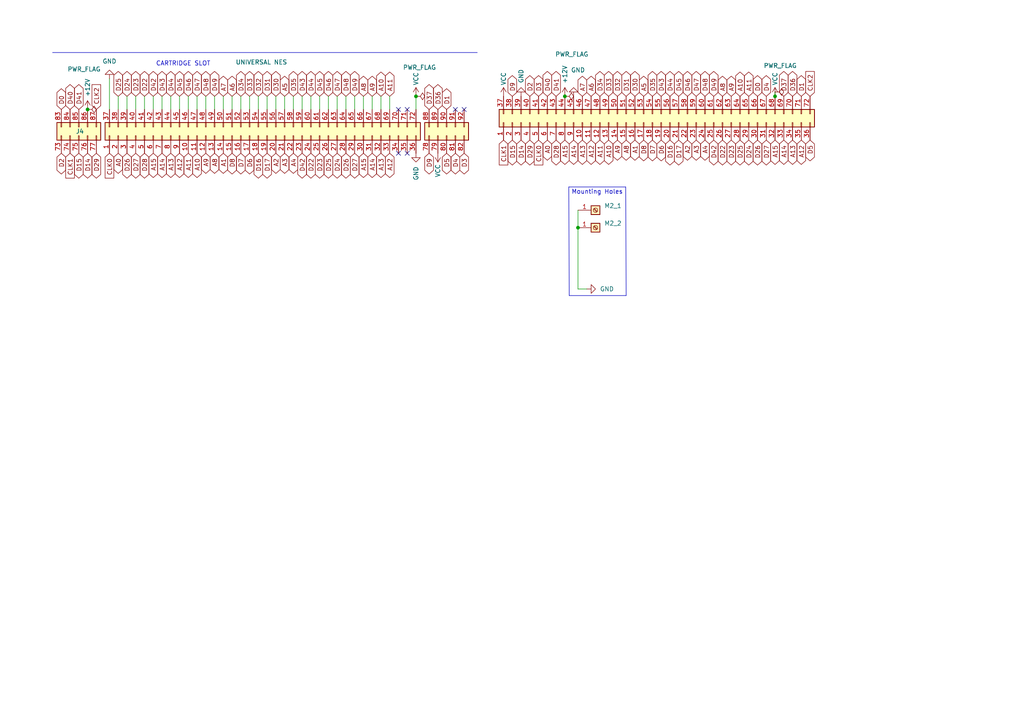
<source format=kicad_sch>
(kicad_sch (version 20231120) (generator "eeschema") (generator_version "8.0")
  (paper "A4")
  (lib_symbols
    (symbol "!MiniReader:NES_FULL" (pin_names (offset 1.016) hide)
      (property "Reference" "J4" (at 1.27 50.546 90))
      (property "Value" "UNIVERSAL NES" (at 29.718 -8.382 90))
      (symbol "NES_FULL_1_1"
        (rectangle (start -1.27 -59.563) (end 0 -59.817) (stroke (width 0.1524)))
        (rectangle (start -1.27 -57.023) (end 0 -57.277) (stroke (width 0.1524)))
        (rectangle (start -1.27 -54.483) (end 0 -54.737) (stroke (width 0.1524)))
        (rectangle (start -1.27 -51.943) (end 0 -52.197) (stroke (width 0.1524)))
        (rectangle (start -1.27 -49.403) (end 0 -49.657) (stroke (width 0.1524)))
        (rectangle (start -1.27 -48.26) (end 3.81 -60.96) (stroke (width 0.254)) (fill (type background)))
        (rectangle (start -1.27 -45.593) (end 0 -45.847) (stroke (width 0.1524)))
        (rectangle (start -1.27 -43.053) (end 0 -43.307) (stroke (width 0.1524)))
        (rectangle (start -1.27 -40.513) (end 0 -40.767) (stroke (width 0.1524)))
        (rectangle (start -1.27 -37.973) (end 0 -38.227) (stroke (width 0.1524)))
        (rectangle (start -1.27 -35.433) (end 0 -35.687) (stroke (width 0.1524)))
        (rectangle (start -1.27 -32.893) (end 0 -33.147) (stroke (width 0.1524)))
        (rectangle (start -1.27 -30.353) (end 0 -30.607) (stroke (width 0.1524)))
        (rectangle (start -1.27 -27.813) (end 0 -28.067) (stroke (width 0.1524)))
        (rectangle (start -1.27 -25.273) (end 0 -25.527) (stroke (width 0.1524)))
        (rectangle (start -1.27 -22.733) (end 0 -22.987) (stroke (width 0.1524)))
        (rectangle (start -1.27 -20.193) (end 0 -20.447) (stroke (width 0.1524)))
        (rectangle (start -1.27 -17.653) (end 0 -17.907) (stroke (width 0.1524)))
        (rectangle (start -1.27 -15.113) (end 0 -15.367) (stroke (width 0.1524)))
        (rectangle (start -1.27 -12.573) (end 0 -12.827) (stroke (width 0.1524)))
        (rectangle (start -1.27 -10.033) (end 0 -10.287) (stroke (width 0.1524)))
        (rectangle (start -1.27 -7.493) (end 0 -7.747) (stroke (width 0.1524)))
        (rectangle (start -1.27 -4.953) (end 0 -5.207) (stroke (width 0.1524)))
        (rectangle (start -1.27 -2.413) (end 0 -2.667) (stroke (width 0.1524)))
        (rectangle (start -1.27 0.127) (end 0 -0.127) (stroke (width 0.1524)))
        (rectangle (start -1.27 2.667) (end 0 2.413) (stroke (width 0.1524)))
        (rectangle (start -1.27 5.207) (end 0 4.953) (stroke (width 0.1524)))
        (rectangle (start -1.27 7.747) (end 0 7.493) (stroke (width 0.1524)))
        (rectangle (start -1.27 10.287) (end 0 10.033) (stroke (width 0.1524)))
        (rectangle (start -1.27 12.827) (end 0 12.573) (stroke (width 0.1524)))
        (rectangle (start -1.27 15.367) (end 0 15.113) (stroke (width 0.1524)))
        (rectangle (start -1.27 17.907) (end 0 17.653) (stroke (width 0.1524)))
        (rectangle (start -1.27 20.447) (end 0 20.193) (stroke (width 0.1524)))
        (rectangle (start -1.27 22.987) (end 0 22.733) (stroke (width 0.1524)))
        (rectangle (start -1.27 25.527) (end 0 25.273) (stroke (width 0.1524)))
        (rectangle (start -1.27 28.067) (end 0 27.813) (stroke (width 0.1524)))
        (rectangle (start -1.27 30.607) (end 0 30.353) (stroke (width 0.1524)))
        (rectangle (start -1.27 33.147) (end 0 32.893) (stroke (width 0.1524)))
        (rectangle (start -1.27 35.687) (end 0 35.433) (stroke (width 0.1524)))
        (rectangle (start -1.27 38.227) (end 0 37.973) (stroke (width 0.1524)))
        (rectangle (start -1.27 40.767) (end 0 40.513) (stroke (width 0.1524)))
        (rectangle (start -1.27 43.307) (end 0 43.053) (stroke (width 0.1524)))
        (rectangle (start -1.27 44.45) (end 3.81 -46.99) (stroke (width 0.254)) (fill (type background)))
        (rectangle (start -1.27 47.117) (end 0 46.863) (stroke (width 0.1524)))
        (rectangle (start -1.27 49.657) (end 0 49.403) (stroke (width 0.1524)))
        (rectangle (start -1.27 52.197) (end 0 51.943) (stroke (width 0.1524)))
        (rectangle (start -1.27 54.737) (end 0 54.483) (stroke (width 0.1524)))
        (rectangle (start -1.27 57.277) (end 0 57.023) (stroke (width 0.1524)))
        (rectangle (start -1.27 58.42) (end 3.81 45.72) (stroke (width 0.254)) (fill (type background)))
        (rectangle (start 3.81 -59.817) (end 2.54 -59.563) (stroke (width 0.1524)))
        (rectangle (start 3.81 -57.277) (end 2.54 -57.023) (stroke (width 0.1524)))
        (rectangle (start 3.81 -54.737) (end 2.54 -54.483) (stroke (width 0.1524)))
        (rectangle (start 3.81 -52.197) (end 2.54 -51.943) (stroke (width 0.1524)))
        (rectangle (start 3.81 -49.657) (end 2.54 -49.403) (stroke (width 0.1524)))
        (rectangle (start 3.81 -45.593) (end 2.54 -45.847) (stroke (width 0.1524)))
        (rectangle (start 3.81 -43.053) (end 2.54 -43.307) (stroke (width 0.1524)))
        (rectangle (start 3.81 -40.513) (end 2.54 -40.767) (stroke (width 0.1524)))
        (rectangle (start 3.81 -37.973) (end 2.54 -38.227) (stroke (width 0.1524)))
        (rectangle (start 3.81 -35.433) (end 2.54 -35.687) (stroke (width 0.1524)))
        (rectangle (start 3.81 -32.893) (end 2.54 -33.147) (stroke (width 0.1524)))
        (rectangle (start 3.81 -30.353) (end 2.54 -30.607) (stroke (width 0.1524)))
        (rectangle (start 3.81 -27.813) (end 2.54 -28.067) (stroke (width 0.1524)))
        (rectangle (start 3.81 -25.273) (end 2.54 -25.527) (stroke (width 0.1524)))
        (rectangle (start 3.81 -22.733) (end 2.54 -22.987) (stroke (width 0.1524)))
        (rectangle (start 3.81 -20.193) (end 2.54 -20.447) (stroke (width 0.1524)))
        (rectangle (start 3.81 -17.653) (end 2.54 -17.907) (stroke (width 0.1524)))
        (rectangle (start 3.81 -15.113) (end 2.54 -15.367) (stroke (width 0.1524)))
        (rectangle (start 3.81 -12.573) (end 2.54 -12.827) (stroke (width 0.1524)))
        (rectangle (start 3.81 -10.033) (end 2.54 -10.287) (stroke (width 0.1524)))
        (rectangle (start 3.81 -7.493) (end 2.54 -7.747) (stroke (width 0.1524)))
        (rectangle (start 3.81 -4.953) (end 2.54 -5.207) (stroke (width 0.1524)))
        (rectangle (start 3.81 -2.413) (end 2.54 -2.667) (stroke (width 0.1524)))
        (rectangle (start 3.81 0.127) (end 2.54 -0.127) (stroke (width 0.1524)))
        (rectangle (start 3.81 2.667) (end 2.54 2.413) (stroke (width 0.1524)))
        (rectangle (start 3.81 5.207) (end 2.54 4.953) (stroke (width 0.1524)))
        (rectangle (start 3.81 7.747) (end 2.54 7.493) (stroke (width 0.1524)))
        (rectangle (start 3.81 10.287) (end 2.54 10.033) (stroke (width 0.1524)))
        (rectangle (start 3.81 12.827) (end 2.54 12.573) (stroke (width 0.1524)))
        (rectangle (start 3.81 15.367) (end 2.54 15.113) (stroke (width 0.1524)))
        (rectangle (start 3.81 17.907) (end 2.54 17.653) (stroke (width 0.1524)))
        (rectangle (start 3.81 20.447) (end 2.54 20.193) (stroke (width 0.1524)))
        (rectangle (start 3.81 22.987) (end 2.54 22.733) (stroke (width 0.1524)))
        (rectangle (start 3.81 25.527) (end 2.54 25.273) (stroke (width 0.1524)))
        (rectangle (start 3.81 28.067) (end 2.54 27.813) (stroke (width 0.1524)))
        (rectangle (start 3.81 30.607) (end 2.54 30.353) (stroke (width 0.1524)))
        (rectangle (start 3.81 33.147) (end 2.54 32.893) (stroke (width 0.1524)))
        (rectangle (start 3.81 35.687) (end 2.54 35.433) (stroke (width 0.1524)))
        (rectangle (start 3.81 38.227) (end 2.54 37.973) (stroke (width 0.1524)))
        (rectangle (start 3.81 40.767) (end 2.54 40.513) (stroke (width 0.1524)))
        (rectangle (start 3.81 43.307) (end 2.54 43.053) (stroke (width 0.1524)))
        (rectangle (start 3.81 46.863) (end 2.54 47.117) (stroke (width 0.1524)))
        (rectangle (start 3.81 49.403) (end 2.54 49.657) (stroke (width 0.1524)))
        (rectangle (start 3.81 51.943) (end 2.54 52.197) (stroke (width 0.1524)))
        (rectangle (start 3.81 54.483) (end 2.54 54.737) (stroke (width 0.1524)))
        (rectangle (start 3.81 57.023) (end 2.54 57.277) (stroke (width 0.1524)))
        (pin passive line (at -5.08 43.18 0) (length 3.81) (name "Pin_1") (number "1"))
        (pin passive line (at -5.08 20.32 0) (length 3.81) (name "Pin_10") (number "10"))
        (pin passive line (at -5.08 17.78 0) (length 3.81) (name "Pin_11") (number "11"))
        (pin passive line (at -5.08 15.24 0) (length 3.81) (name "Pin_12") (number "12"))
        (pin passive line (at -5.08 12.7 0) (length 3.81) (name "Pin_13") (number "13"))
        (pin passive line (at -5.08 10.16 0) (length 3.81) (name "Pin_14") (number "14"))
        (pin passive line (at -5.08 7.62 0) (length 3.81) (name "Pin_15") (number "15"))
        (pin passive line (at -5.08 5.08 0) (length 3.81) (name "Pin_16") (number "16"))
        (pin passive line (at -5.08 2.54 0) (length 3.81) (name "Pin_17") (number "17"))
        (pin passive line (at -5.08 0 0) (length 3.81) (name "Pin_18") (number "18"))
        (pin passive line (at -5.08 -2.54 0) (length 3.81) (name "Pin_19") (number "19"))
        (pin passive line (at -5.08 40.64 0) (length 3.81) (name "Pin_2") (number "2"))
        (pin passive line (at -5.08 -5.08 0) (length 3.81) (name "Pin_20") (number "20"))
        (pin passive line (at -5.08 -7.62 0) (length 3.81) (name "Pin_21") (number "21"))
        (pin passive line (at -5.08 -10.16 0) (length 3.81) (name "Pin_22") (number "22"))
        (pin passive line (at -5.08 -12.7 0) (length 3.81) (name "Pin_23") (number "23"))
        (pin passive line (at -5.08 -15.24 0) (length 3.81) (name "Pin_24") (number "24"))
        (pin passive line (at -5.08 -17.78 0) (length 3.81) (name "Pin_25") (number "25"))
        (pin passive line (at -5.08 -20.32 0) (length 3.81) (name "Pin_26") (number "26"))
        (pin passive line (at -5.08 -22.86 0) (length 3.81) (name "Pin_27") (number "27"))
        (pin passive line (at -5.08 -25.4 0) (length 3.81) (name "Pin_28") (number "28"))
        (pin passive line (at -5.08 -27.94 0) (length 3.81) (name "Pin_29") (number "29"))
        (pin passive line (at -5.08 38.1 0) (length 3.81) (name "Pin_3") (number "3"))
        (pin passive line (at -5.08 -30.48 0) (length 3.81) (name "Pin_30") (number "30"))
        (pin passive line (at -5.08 -33.02 0) (length 3.81) (name "Pin_31") (number "31"))
        (pin passive line (at -5.08 -35.56 0) (length 3.81) (name "Pin_32") (number "32"))
        (pin passive line (at -5.08 -38.1 0) (length 3.81) (name "Pin_33") (number "33"))
        (pin passive line (at -5.08 -40.64 0) (length 3.81) (name "Pin_34") (number "34"))
        (pin passive line (at -5.08 -43.18 0) (length 3.81) (name "Pin_35") (number "35"))
        (pin passive line (at -5.08 -45.72 0) (length 3.81) (name "Pin_36") (number "36"))
        (pin passive line (at 7.62 43.18 180) (length 3.81) (name "Pin_37") (number "37"))
        (pin passive line (at 7.62 40.64 180) (length 3.81) (name "Pin_38") (number "38"))
        (pin passive line (at 7.62 38.1 180) (length 3.81) (name "Pin_39") (number "39"))
        (pin passive line (at -5.08 35.56 0) (length 3.81) (name "Pin_4") (number "4"))
        (pin passive line (at 7.62 35.56 180) (length 3.81) (name "Pin_40") (number "40"))
        (pin passive line (at 7.62 33.02 180) (length 3.81) (name "Pin_41") (number "41"))
        (pin passive line (at 7.62 30.48 180) (length 3.81) (name "Pin_42") (number "42"))
        (pin passive line (at 7.62 27.94 180) (length 3.81) (name "Pin_43") (number "43"))
        (pin passive line (at 7.62 25.4 180) (length 3.81) (name "Pin_44") (number "44"))
        (pin passive line (at 7.62 22.86 180) (length 3.81) (name "Pin_45") (number "45"))
        (pin passive line (at 7.62 20.32 180) (length 3.81) (name "Pin_46") (number "46"))
        (pin passive line (at 7.62 17.78 180) (length 3.81) (name "Pin_47") (number "47"))
        (pin passive line (at 7.62 15.24 180) (length 3.81) (name "Pin_48") (number "48"))
        (pin passive line (at 7.62 12.7 180) (length 3.81) (name "Pin_49") (number "49"))
        (pin passive line (at -5.08 33.02 0) (length 3.81) (name "Pin_5") (number "5"))
        (pin passive line (at 7.62 10.16 180) (length 3.81) (name "Pin_50") (number "50"))
        (pin passive line (at 7.62 7.62 180) (length 3.81) (name "Pin_51") (number "51"))
        (pin passive line (at 7.62 5.08 180) (length 3.81) (name "Pin_52") (number "52"))
        (pin passive line (at 7.62 2.54 180) (length 3.81) (name "Pin_53") (number "53"))
        (pin passive line (at 7.62 0 180) (length 3.81) (name "Pin_54") (number "54"))
        (pin passive line (at 7.62 -2.54 180) (length 3.81) (name "Pin_55") (number "55"))
        (pin passive line (at 7.62 -5.08 180) (length 3.81) (name "Pin_56") (number "56"))
        (pin passive line (at 7.62 -7.62 180) (length 3.81) (name "Pin_57") (number "57"))
        (pin passive line (at 7.62 -10.16 180) (length 3.81) (name "Pin_58") (number "58"))
        (pin passive line (at 7.62 -12.7 180) (length 3.81) (name "Pin_59") (number "59"))
        (pin passive line (at -5.08 30.48 0) (length 3.81) (name "Pin_6") (number "6"))
        (pin passive line (at 7.62 -15.24 180) (length 3.81) (name "Pin_60") (number "60"))
        (pin passive line (at 7.62 -17.78 180) (length 3.81) (name "Pin_61") (number "61"))
        (pin passive line (at 7.62 -20.32 180) (length 3.81) (name "Pin_62") (number "62"))
        (pin passive line (at 7.62 -22.86 180) (length 3.81) (name "Pin_63") (number "63"))
        (pin passive line (at 7.62 -25.4 180) (length 3.81) (name "Pin_64") (number "64"))
        (pin passive line (at 7.62 -27.94 180) (length 3.81) (name "Pin_65") (number "65"))
        (pin passive line (at 7.62 -30.48 180) (length 3.81) (name "Pin_66") (number "66"))
        (pin passive line (at 7.62 -33.02 180) (length 3.81) (name "Pin_67") (number "67"))
        (pin passive line (at 7.62 -35.56 180) (length 3.81) (name "Pin_68") (number "68"))
        (pin passive line (at 7.62 -38.1 180) (length 3.81) (name "Pin_69") (number "69"))
        (pin passive line (at -5.08 27.94 0) (length 3.81) (name "Pin_7") (number "7"))
        (pin passive line (at 7.62 -40.64 180) (length 3.81) (name "Pin_70") (number "70"))
        (pin passive line (at 7.62 -43.18 180) (length 3.81) (name "Pin_71") (number "71"))
        (pin passive line (at 7.62 -45.72 180) (length 3.81) (name "Pin_72") (number "72"))
        (pin passive line (at -5.08 57.15 0) (length 3.81) (name "Pin_73") (number "73"))
        (pin passive line (at -5.08 54.61 0) (length 3.81) (name "Pin_74") (number "74"))
        (pin passive line (at -5.08 52.07 0) (length 3.81) (name "Pin_75") (number "75"))
        (pin passive line (at -5.08 49.53 0) (length 3.81) (name "Pin_76") (number "76"))
        (pin passive line (at -5.08 46.99 0) (length 3.81) (name "Pin_77") (number "77"))
        (pin passive line (at -5.08 -49.53 0) (length 3.81) (name "Pin_78") (number "78"))
        (pin passive line (at -5.08 -52.07 0) (length 3.81) (name "Pin_79") (number "79"))
        (pin passive line (at -5.08 25.4 0) (length 3.81) (name "Pin_8") (number "8"))
        (pin passive line (at -5.08 -54.61 0) (length 3.81) (name "Pin_80") (number "80"))
        (pin passive line (at -5.08 -57.15 0) (length 3.81) (name "Pin_81") (number "81"))
        (pin passive line (at -5.08 -59.69 0) (length 3.81) (name "Pin_82") (number "82"))
        (pin passive line (at 7.62 57.15 180) (length 3.81) (name "Pin_83") (number "83"))
        (pin passive line (at 7.62 54.61 180) (length 3.81) (name "Pin_84") (number "84"))
        (pin passive line (at 7.62 52.07 180) (length 3.81) (name "Pin_85") (number "85"))
        (pin passive line (at 7.62 49.53 180) (length 3.81) (name "Pin_86") (number "86"))
        (pin passive line (at 7.62 46.99 180) (length 3.81) (name "Pin_87") (number "87"))
        (pin passive line (at 7.62 -49.53 180) (length 3.81) (name "Pin_88") (number "88"))
        (pin passive line (at 7.62 -52.07 180) (length 3.81) (name "Pin_89") (number "89"))
        (pin passive line (at -5.08 22.86 0) (length 3.81) (name "Pin_9") (number "9"))
        (pin passive line (at 7.62 -54.61 180) (length 3.81) (name "Pin_90") (number "90"))
        (pin passive line (at 7.62 -57.15 180) (length 3.81) (name "Pin_91") (number "91"))
        (pin passive line (at 7.62 -59.69 180) (length 3.81) (name "Pin_92") (number "92"))
      )
    )
    (symbol "Connector:Screw_Terminal_01x01" (pin_names (offset 1.016) hide)
      (property "Reference" "J" (at 0 2.54 0))
      (property "Value" "Screw_Terminal_01x01" (at 0 -2.54 0))
      (symbol "Screw_Terminal_01x01_1_1"
        (rectangle (start -1.27 1.27) (end 1.27 -1.27) (stroke (width 0.254)) (fill (type background)))
        (polyline (pts (xy -0.5334 0.3302) (xy 0.3302 -0.508)) (stroke (width 0.1524)))
        (polyline (pts (xy -0.3556 0.508) (xy 0.508 -0.3302)) (stroke (width 0.1524)))
        (circle (center 0 0) (radius 0.635) (stroke (width 0.1524)))
        (pin passive line (at -5.08 0 0) (length 3.81) (name "Pin_1") (number "1"))
      )
    )
    (symbol "Connector_Generic:Conn_02x36_Top_Bottom" (pin_names (offset 1.016) hide)
      (property "Reference" "J" (at 1.27 45.72 0))
      (property "Value" "Conn_02x36_Top_Bottom" (at 1.27 -48.26 0))
      (symbol "Conn_02x36_Top_Bottom_1_1"
        (rectangle (start -1.27 -45.593) (end 0 -45.847) (stroke (width 0.1524)))
        (rectangle (start -1.27 -43.053) (end 0 -43.307) (stroke (width 0.1524)))
        (rectangle (start -1.27 -40.513) (end 0 -40.767) (stroke (width 0.1524)))
        (rectangle (start -1.27 -37.973) (end 0 -38.227) (stroke (width 0.1524)))
        (rectangle (start -1.27 -35.433) (end 0 -35.687) (stroke (width 0.1524)))
        (rectangle (start -1.27 -32.893) (end 0 -33.147) (stroke (width 0.1524)))
        (rectangle (start -1.27 -30.353) (end 0 -30.607) (stroke (width 0.1524)))
        (rectangle (start -1.27 -27.813) (end 0 -28.067) (stroke (width 0.1524)))
        (rectangle (start -1.27 -25.273) (end 0 -25.527) (stroke (width 0.1524)))
        (rectangle (start -1.27 -22.733) (end 0 -22.987) (stroke (width 0.1524)))
        (rectangle (start -1.27 -20.193) (end 0 -20.447) (stroke (width 0.1524)))
        (rectangle (start -1.27 -17.653) (end 0 -17.907) (stroke (width 0.1524)))
        (rectangle (start -1.27 -15.113) (end 0 -15.367) (stroke (width 0.1524)))
        (rectangle (start -1.27 -12.573) (end 0 -12.827) (stroke (width 0.1524)))
        (rectangle (start -1.27 -10.033) (end 0 -10.287) (stroke (width 0.1524)))
        (rectangle (start -1.27 -7.493) (end 0 -7.747) (stroke (width 0.1524)))
        (rectangle (start -1.27 -4.953) (end 0 -5.207) (stroke (width 0.1524)))
        (rectangle (start -1.27 -2.413) (end 0 -2.667) (stroke (width 0.1524)))
        (rectangle (start -1.27 0.127) (end 0 -0.127) (stroke (width 0.1524)))
        (rectangle (start -1.27 2.667) (end 0 2.413) (stroke (width 0.1524)))
        (rectangle (start -1.27 5.207) (end 0 4.953) (stroke (width 0.1524)))
        (rectangle (start -1.27 7.747) (end 0 7.493) (stroke (width 0.1524)))
        (rectangle (start -1.27 10.287) (end 0 10.033) (stroke (width 0.1524)))
        (rectangle (start -1.27 12.827) (end 0 12.573) (stroke (width 0.1524)))
        (rectangle (start -1.27 15.367) (end 0 15.113) (stroke (width 0.1524)))
        (rectangle (start -1.27 17.907) (end 0 17.653) (stroke (width 0.1524)))
        (rectangle (start -1.27 20.447) (end 0 20.193) (stroke (width 0.1524)))
        (rectangle (start -1.27 22.987) (end 0 22.733) (stroke (width 0.1524)))
        (rectangle (start -1.27 25.527) (end 0 25.273) (stroke (width 0.1524)))
        (rectangle (start -1.27 28.067) (end 0 27.813) (stroke (width 0.1524)))
        (rectangle (start -1.27 30.607) (end 0 30.353) (stroke (width 0.1524)))
        (rectangle (start -1.27 33.147) (end 0 32.893) (stroke (width 0.1524)))
        (rectangle (start -1.27 35.687) (end 0 35.433) (stroke (width 0.1524)))
        (rectangle (start -1.27 38.227) (end 0 37.973) (stroke (width 0.1524)))
        (rectangle (start -1.27 40.767) (end 0 40.513) (stroke (width 0.1524)))
        (rectangle (start -1.27 43.307) (end 0 43.053) (stroke (width 0.1524)))
        (rectangle (start -1.27 44.45) (end 3.81 -46.99) (stroke (width 0.254)) (fill (type background)))
        (rectangle (start 3.81 -45.593) (end 2.54 -45.847) (stroke (width 0.1524)))
        (rectangle (start 3.81 -43.053) (end 2.54 -43.307) (stroke (width 0.1524)))
        (rectangle (start 3.81 -40.513) (end 2.54 -40.767) (stroke (width 0.1524)))
        (rectangle (start 3.81 -37.973) (end 2.54 -38.227) (stroke (width 0.1524)))
        (rectangle (start 3.81 -35.433) (end 2.54 -35.687) (stroke (width 0.1524)))
        (rectangle (start 3.81 -32.893) (end 2.54 -33.147) (stroke (width 0.1524)))
        (rectangle (start 3.81 -30.353) (end 2.54 -30.607) (stroke (width 0.1524)))
        (rectangle (start 3.81 -27.813) (end 2.54 -28.067) (stroke (width 0.1524)))
        (rectangle (start 3.81 -25.273) (end 2.54 -25.527) (stroke (width 0.1524)))
        (rectangle (start 3.81 -22.733) (end 2.54 -22.987) (stroke (width 0.1524)))
        (rectangle (start 3.81 -20.193) (end 2.54 -20.447) (stroke (width 0.1524)))
        (rectangle (start 3.81 -17.653) (end 2.54 -17.907) (stroke (width 0.1524)))
        (rectangle (start 3.81 -15.113) (end 2.54 -15.367) (stroke (width 0.1524)))
        (rectangle (start 3.81 -12.573) (end 2.54 -12.827) (stroke (width 0.1524)))
        (rectangle (start 3.81 -10.033) (end 2.54 -10.287) (stroke (width 0.1524)))
        (rectangle (start 3.81 -7.493) (end 2.54 -7.747) (stroke (width 0.1524)))
        (rectangle (start 3.81 -4.953) (end 2.54 -5.207) (stroke (width 0.1524)))
        (rectangle (start 3.81 -2.413) (end 2.54 -2.667) (stroke (width 0.1524)))
        (rectangle (start 3.81 0.127) (end 2.54 -0.127) (stroke (width 0.1524)))
        (rectangle (start 3.81 2.667) (end 2.54 2.413) (stroke (width 0.1524)))
        (rectangle (start 3.81 5.207) (end 2.54 4.953) (stroke (width 0.1524)))
        (rectangle (start 3.81 7.747) (end 2.54 7.493) (stroke (width 0.1524)))
        (rectangle (start 3.81 10.287) (end 2.54 10.033) (stroke (width 0.1524)))
        (rectangle (start 3.81 12.827) (end 2.54 12.573) (stroke (width 0.1524)))
        (rectangle (start 3.81 15.367) (end 2.54 15.113) (stroke (width 0.1524)))
        (rectangle (start 3.81 17.907) (end 2.54 17.653) (stroke (width 0.1524)))
        (rectangle (start 3.81 20.447) (end 2.54 20.193) (stroke (width 0.1524)))
        (rectangle (start 3.81 22.987) (end 2.54 22.733) (stroke (width 0.1524)))
        (rectangle (start 3.81 25.527) (end 2.54 25.273) (stroke (width 0.1524)))
        (rectangle (start 3.81 28.067) (end 2.54 27.813) (stroke (width 0.1524)))
        (rectangle (start 3.81 30.607) (end 2.54 30.353) (stroke (width 0.1524)))
        (rectangle (start 3.81 33.147) (end 2.54 32.893) (stroke (width 0.1524)))
        (rectangle (start 3.81 35.687) (end 2.54 35.433) (stroke (width 0.1524)))
        (rectangle (start 3.81 38.227) (end 2.54 37.973) (stroke (width 0.1524)))
        (rectangle (start 3.81 40.767) (end 2.54 40.513) (stroke (width 0.1524)))
        (rectangle (start 3.81 43.307) (end 2.54 43.053) (stroke (width 0.1524)))
        (pin passive line (at -5.08 43.18 0) (length 3.81) (name "Pin_1") (number "1"))
        (pin passive line (at -5.08 20.32 0) (length 3.81) (name "Pin_10") (number "10"))
        (pin passive line (at -5.08 17.78 0) (length 3.81) (name "Pin_11") (number "11"))
        (pin passive line (at -5.08 15.24 0) (length 3.81) (name "Pin_12") (number "12"))
        (pin passive line (at -5.08 12.7 0) (length 3.81) (name "Pin_13") (number "13"))
        (pin passive line (at -5.08 10.16 0) (length 3.81) (name "Pin_14") (number "14"))
        (pin passive line (at -5.08 7.62 0) (length 3.81) (name "Pin_15") (number "15"))
        (pin passive line (at -5.08 5.08 0) (length 3.81) (name "Pin_16") (number "16"))
        (pin passive line (at -5.08 2.54 0) (length 3.81) (name "Pin_17") (number "17"))
        (pin passive line (at -5.08 0 0) (length 3.81) (name "Pin_18") (number "18"))
        (pin passive line (at -5.08 -2.54 0) (length 3.81) (name "Pin_19") (number "19"))
        (pin passive line (at -5.08 40.64 0) (length 3.81) (name "Pin_2") (number "2"))
        (pin passive line (at -5.08 -5.08 0) (length 3.81) (name "Pin_20") (number "20"))
        (pin passive line (at -5.08 -7.62 0) (length 3.81) (name "Pin_21") (number "21"))
        (pin passive line (at -5.08 -10.16 0) (length 3.81) (name "Pin_22") (number "22"))
        (pin passive line (at -5.08 -12.7 0) (length 3.81) (name "Pin_23") (number "23"))
        (pin passive line (at -5.08 -15.24 0) (length 3.81) (name "Pin_24") (number "24"))
        (pin passive line (at -5.08 -17.78 0) (length 3.81) (name "Pin_25") (number "25"))
        (pin passive line (at -5.08 -20.32 0) (length 3.81) (name "Pin_26") (number "26"))
        (pin passive line (at -5.08 -22.86 0) (length 3.81) (name "Pin_27") (number "27"))
        (pin passive line (at -5.08 -25.4 0) (length 3.81) (name "Pin_28") (number "28"))
        (pin passive line (at -5.08 -27.94 0) (length 3.81) (name "Pin_29") (number "29"))
        (pin passive line (at -5.08 38.1 0) (length 3.81) (name "Pin_3") (number "3"))
        (pin passive line (at -5.08 -30.48 0) (length 3.81) (name "Pin_30") (number "30"))
        (pin passive line (at -5.08 -33.02 0) (length 3.81) (name "Pin_31") (number "31"))
        (pin passive line (at -5.08 -35.56 0) (length 3.81) (name "Pin_32") (number "32"))
        (pin passive line (at -5.08 -38.1 0) (length 3.81) (name "Pin_33") (number "33"))
        (pin passive line (at -5.08 -40.64 0) (length 3.81) (name "Pin_34") (number "34"))
        (pin passive line (at -5.08 -43.18 0) (length 3.81) (name "Pin_35") (number "35"))
        (pin passive line (at -5.08 -45.72 0) (length 3.81) (name "Pin_36") (number "36"))
        (pin passive line (at 7.62 43.18 180) (length 3.81) (name "Pin_37") (number "37"))
        (pin passive line (at 7.62 40.64 180) (length 3.81) (name "Pin_38") (number "38"))
        (pin passive line (at 7.62 38.1 180) (length 3.81) (name "Pin_39") (number "39"))
        (pin passive line (at -5.08 35.56 0) (length 3.81) (name "Pin_4") (number "4"))
        (pin passive line (at 7.62 35.56 180) (length 3.81) (name "Pin_40") (number "40"))
        (pin passive line (at 7.62 33.02 180) (length 3.81) (name "Pin_41") (number "41"))
        (pin passive line (at 7.62 30.48 180) (length 3.81) (name "Pin_42") (number "42"))
        (pin passive line (at 7.62 27.94 180) (length 3.81) (name "Pin_43") (number "43"))
        (pin passive line (at 7.62 25.4 180) (length 3.81) (name "Pin_44") (number "44"))
        (pin passive line (at 7.62 22.86 180) (length 3.81) (name "Pin_45") (number "45"))
        (pin passive line (at 7.62 20.32 180) (length 3.81) (name "Pin_46") (number "46"))
        (pin passive line (at 7.62 17.78 180) (length 3.81) (name "Pin_47") (number "47"))
        (pin passive line (at 7.62 15.24 180) (length 3.81) (name "Pin_48") (number "48"))
        (pin passive line (at 7.62 12.7 180) (length 3.81) (name "Pin_49") (number "49"))
        (pin passive line (at -5.08 33.02 0) (length 3.81) (name "Pin_5") (number "5"))
        (pin passive line (at 7.62 10.16 180) (length 3.81) (name "Pin_50") (number "50"))
        (pin passive line (at 7.62 7.62 180) (length 3.81) (name "Pin_51") (number "51"))
        (pin passive line (at 7.62 5.08 180) (length 3.81) (name "Pin_52") (number "52"))
        (pin passive line (at 7.62 2.54 180) (length 3.81) (name "Pin_53") (number "53"))
        (pin passive line (at 7.62 0 180) (length 3.81) (name "Pin_54") (number "54"))
        (pin passive line (at 7.62 -2.54 180) (length 3.81) (name "Pin_55") (number "55"))
        (pin passive line (at 7.62 -5.08 180) (length 3.81) (name "Pin_56") (number "56"))
        (pin passive line (at 7.62 -7.62 180) (length 3.81) (name "Pin_57") (number "57"))
        (pin passive line (at 7.62 -10.16 180) (length 3.81) (name "Pin_58") (number "58"))
        (pin passive line (at 7.62 -12.7 180) (length 3.81) (name "Pin_59") (number "59"))
        (pin passive line (at -5.08 30.48 0) (length 3.81) (name "Pin_6") (number "6"))
        (pin passive line (at 7.62 -15.24 180) (length 3.81) (name "Pin_60") (number "60"))
        (pin passive line (at 7.62 -17.78 180) (length 3.81) (name "Pin_61") (number "61"))
        (pin passive line (at 7.62 -20.32 180) (length 3.81) (name "Pin_62") (number "62"))
        (pin passive line (at 7.62 -22.86 180) (length 3.81) (name "Pin_63") (number "63"))
        (pin passive line (at 7.62 -25.4 180) (length 3.81) (name "Pin_64") (number "64"))
        (pin passive line (at 7.62 -27.94 180) (length 3.81) (name "Pin_65") (number "65"))
        (pin passive line (at 7.62 -30.48 180) (length 3.81) (name "Pin_66") (number "66"))
        (pin passive line (at 7.62 -33.02 180) (length 3.81) (name "Pin_67") (number "67"))
        (pin passive line (at 7.62 -35.56 180) (length 3.81) (name "Pin_68") (number "68"))
        (pin passive line (at 7.62 -38.1 180) (length 3.81) (name "Pin_69") (number "69"))
        (pin passive line (at -5.08 27.94 0) (length 3.81) (name "Pin_7") (number "7"))
        (pin passive line (at 7.62 -40.64 180) (length 3.81) (name "Pin_70") (number "70"))
        (pin passive line (at 7.62 -43.18 180) (length 3.81) (name "Pin_71") (number "71"))
        (pin passive line (at 7.62 -45.72 180) (length 3.81) (name "Pin_72") (number "72"))
        (pin passive line (at -5.08 25.4 0) (length 3.81) (name "Pin_8") (number "8"))
        (pin passive line (at -5.08 22.86 0) (length 3.81) (name "Pin_9") (number "9"))
      )
    )
    (symbol "power:+12V" (power) (pin_names (offset 0))
      (property "Value" "+12V" (at 0 3.556 0))
      (symbol "+12V_0_1"
        (polyline (pts (xy -0.762 1.27) (xy 0 2.54)))
        (polyline (pts (xy 0 0) (xy 0 2.54)))
        (polyline (pts (xy 0 2.54) (xy 0.762 1.27)))
      )
      (symbol "+12V_1_1"
        (pin power_in line (at 0 0 90) (length 0) hide (name "+12V") (number "1"))
      )
    )
    (symbol "power:GND" (power) (pin_names (offset 0))
      (property "Value" "GND" (at 0 -3.81 0))
      (symbol "GND_0_1"
        (polyline (pts (xy 0 0) (xy 0 -1.27) (xy 1.27 -1.27) (xy 0 -2.54) (xy -1.27 -1.27) (xy 0 -1.27)))
      )
      (symbol "GND_1_1"
        (pin power_in line (at 0 0 270) (length 0) hide (name "GND") (number "1"))
      )
    )
    (symbol "power:PWR_FLAG" (power) (pin_numbers hide) (pin_names (offset 0) hide)
      (property "Value" "PWR_FLAG" (at 0 3.81 0))
      (symbol "PWR_FLAG_0_0"
        (pin power_out line (at 0 0 90) (length 0) (name "pwr") (number "1"))
      )
      (symbol "PWR_FLAG_0_1"
        (polyline (pts (xy 0 0) (xy 0 1.27) (xy -1.016 1.905) (xy 0 2.54) (xy 1.016 1.905) (xy 0 1.27)))
      )
    )
    (symbol "power:VCC" (power) (pin_names (offset 0))
      (property "Value" "VCC" (at 0 3.81 0))
      (symbol "VCC_0_1"
        (polyline (pts (xy -0.762 1.27) (xy 0 2.54)))
        (polyline (pts (xy 0 0) (xy 0 2.54)))
        (polyline (pts (xy 0 2.54) (xy 0.762 1.27)))
      )
      (symbol "VCC_1_1"
        (pin power_in line (at 0 0 90) (length 0) hide (name "VCC") (number "1"))
      )
    )
  )
  (junction (at 163.83 27.94))
  (junction (at 25.4 31.75))
  (junction (at 167.64 66.04))
  (junction (at 224.79 27.94))
  (junction (at 120.65 27.94))
  (no_connect (at 118.11 31.75))
  (no_connect (at 118.11 44.45))
  (no_connect (at 134.62 31.75))
  (no_connect (at 115.57 44.45))
  (no_connect (at 132.08 31.75))
  (no_connect (at 115.57 31.75))
  (polyline (pts (xy 164.973 54.229) (xy 165.1 85.725)))
  (wire (pts (xy 67.31 27.94) (xy 67.31 31.75)))
  (polyline (pts (xy 181.61 85.725) (xy 165.1 85.725)))
  (wire (pts (xy 52.07 27.94) (xy 52.07 31.75)))
  (wire (pts (xy 97.79 27.94) (xy 97.79 31.75)))
  (wire (pts (xy 49.53 27.94) (xy 49.53 31.75)))
  (wire (pts (xy 167.64 66.04) (xy 167.64 83.82)))
  (wire (pts (xy 107.95 27.94) (xy 107.95 31.75)))
  (wire (pts (xy 64.77 27.94) (xy 64.77 31.75)))
  (wire (pts (xy 90.17 27.94) (xy 90.17 31.75)))
  (wire (pts (xy 41.91 27.94) (xy 41.91 31.75)))
  (wire (pts (xy 110.49 27.94) (xy 110.49 31.75)))
  (polyline (pts (xy 15.24 15.24) (xy 138.43 15.24)))
  (wire (pts (xy 34.29 27.94) (xy 34.29 31.75)))
  (wire (pts (xy 72.39 27.94) (xy 72.39 31.75)))
  (wire (pts (xy 105.41 27.94) (xy 105.41 31.75)))
  (wire (pts (xy 54.61 27.94) (xy 54.61 31.75)))
  (polyline (pts (xy 164.973 54.229) (xy 181.483 54.229)))
  (wire (pts (xy 46.99 27.94) (xy 46.99 31.75)))
  (wire (pts (xy 36.83 27.94) (xy 36.83 31.75)))
  (wire (pts (xy 77.47 27.94) (xy 77.47 31.75)))
  (wire (pts (xy 57.15 27.94) (xy 57.15 31.75)))
  (wire (pts (xy 44.45 27.94) (xy 44.45 31.75)))
  (wire (pts (xy 74.93 27.94) (xy 74.93 31.75)))
  (wire (pts (xy 85.09 27.94) (xy 85.09 31.75)))
  (wire (pts (xy 59.69 27.94) (xy 59.69 31.75)))
  (wire (pts (xy 167.64 83.82) (xy 170.18 83.82)))
  (wire (pts (xy 100.33 27.94) (xy 100.33 31.75)))
  (wire (pts (xy 82.55 27.94) (xy 82.55 31.75)))
  (wire (pts (xy 87.63 27.94) (xy 87.63 31.75)))
  (polyline (pts (xy 181.483 54.229) (xy 181.61 85.725)))
  (wire (pts (xy 69.85 27.94) (xy 69.85 31.75)))
  (wire (pts (xy 167.64 60.96) (xy 167.64 66.04)))
  (wire (pts (xy 120.65 27.94) (xy 120.65 31.75)))
  (wire (pts (xy 102.87 27.94) (xy 102.87 31.75)))
  (wire (pts (xy 92.71 27.94) (xy 92.71 31.75)))
  (wire (pts (xy 95.25 27.94) (xy 95.25 31.75)))
  (wire (pts (xy 224.79 27.94) (xy 224.79 26.67)))
  (wire (pts (xy 113.03 27.94) (xy 113.03 31.75)))
  (wire (pts (xy 31.75 22.86) (xy 31.75 31.75)))
  (wire (pts (xy 62.23 27.94) (xy 62.23 31.75)))
  (wire (pts (xy 39.37 27.94) (xy 39.37 31.75)))
  (wire (pts (xy 80.01 27.94) (xy 80.01 31.75)))
  (text "Mounting Holes" (at 165.735 56.515 0) (effects (font (size 1.27 1.27)) (justify left bottom)))
  (text "CARTRIDGE SLOT" (at 45.212 19.304 0) (effects (font (size 1.27 1.27)) (justify left bottom)))
  (global_label "A12" (shape bidirectional) (at 232.41 40.64 270) (property "Intersheetrefs" "${INTERSHEET_REFS}" (effects (hide yes))))
  (global_label "D8" (shape bidirectional) (at 67.31 44.45 270) (property "Intersheetrefs" "${INTERSHEET_REFS}" (effects (hide yes))))
  (global_label "A1" (shape bidirectional) (at 184.15 40.64 270) (property "Intersheetrefs" "${INTERSHEET_REFS}" (effects (hide yes))))
  (global_label "A8" (shape bidirectional) (at 209.55 27.94 90) (property "Intersheetrefs" "${INTERSHEET_REFS}" (effects (hide yes))))
  (global_label "A8" (shape bidirectional) (at 62.23 44.45 270) (property "Intersheetrefs" "${INTERSHEET_REFS}" (effects (hide yes))))
  (global_label "A13" (shape bidirectional) (at 229.87 40.64 270) (property "Intersheetrefs" "${INTERSHEET_REFS}" (effects (hide yes))))
  (global_label "D33" (shape bidirectional) (at 176.53 27.94 90) (property "Intersheetrefs" "${INTERSHEET_REFS}" (effects (hide yes))))
  (global_label "D42" (shape bidirectional) (at 87.63 44.45 270) (property "Intersheetrefs" "${INTERSHEET_REFS}" (effects (hide yes))))
  (global_label "D47" (shape bidirectional) (at 57.15 27.94 90) (property "Intersheetrefs" "${INTERSHEET_REFS}" (effects (hide yes))))
  (global_label "D47" (shape bidirectional) (at 97.79 27.94 90) (property "Intersheetrefs" "${INTERSHEET_REFS}" (effects (hide yes))))
  (global_label "A11" (shape bidirectional) (at 217.17 27.94 90) (property "Intersheetrefs" "${INTERSHEET_REFS}" (effects (hide yes))))
  (global_label "D4" (shape bidirectional) (at 222.25 27.94 90) (property "Intersheetrefs" "${INTERSHEET_REFS}" (effects (hide yes))))
  (global_label "D49" (shape bidirectional) (at 207.01 27.94 90) (property "Intersheetrefs" "${INTERSHEET_REFS}" (effects (hide yes))))
  (global_label "A0" (shape bidirectional) (at 158.75 40.64 270) (property "Intersheetrefs" "${INTERSHEET_REFS}" (effects (hide yes))))
  (global_label "D8" (shape bidirectional) (at 186.69 40.64 270) (property "Intersheetrefs" "${INTERSHEET_REFS}" (effects (hide yes))))
  (global_label "D15" (shape bidirectional) (at 148.59 40.64 270) (property "Intersheetrefs" "${INTERSHEET_REFS}" (effects (hide yes))))
  (global_label "D44" (shape bidirectional) (at 49.53 27.94 90) (property "Intersheetrefs" "${INTERSHEET_REFS}" (effects (hide yes))))
  (global_label "A11" (shape bidirectional) (at 54.61 44.45 270) (property "Intersheetrefs" "${INTERSHEET_REFS}" (effects (hide yes))))
  (global_label "D32" (shape bidirectional) (at 179.07 27.94 90) (property "Intersheetrefs" "${INTERSHEET_REFS}" (effects (hide yes))))
  (global_label "D37" (shape bidirectional) (at 124.46 31.75 90) (property "Intersheetrefs" "${INTERSHEET_REFS}" (effects (hide yes))))
  (global_label "D31" (shape bidirectional) (at 77.47 27.94 90) (property "Intersheetrefs" "${INTERSHEET_REFS}" (effects (hide yes))))
  (global_label "A3" (shape bidirectional) (at 82.55 44.45 270) (property "Intersheetrefs" "${INTERSHEET_REFS}" (effects (hide yes))))
  (global_label "CLK0" (shape input) (at 31.75 44.45 270) (property "Intersheetrefs" "${INTERSHEET_REFS}" (effects (hide yes))))
  (global_label "D14" (shape bidirectional) (at 25.4 44.45 270) (property "Intersheetrefs" "${INTERSHEET_REFS}" (effects (hide yes))))
  (global_label "D1" (shape bidirectional) (at 129.54 31.75 90) (property "Intersheetrefs" "${INTERSHEET_REFS}" (effects (hide yes))))
  (global_label "D29" (shape bidirectional) (at 27.94 44.45 270) (property "Intersheetrefs" "${INTERSHEET_REFS}" (effects (hide yes))))
  (global_label "D24" (shape bidirectional) (at 97.79 44.45 270) (property "Intersheetrefs" "${INTERSHEET_REFS}" (effects (hide yes))))
  (global_label "D43" (shape bidirectional) (at 46.99 27.94 90) (property "Intersheetrefs" "${INTERSHEET_REFS}" (effects (hide yes))))
  (global_label "D42" (shape bidirectional) (at 207.01 40.64 270) (property "Intersheetrefs" "${INTERSHEET_REFS}" (effects (hide yes))))
  (global_label "D23" (shape bidirectional) (at 39.37 27.94 90) (property "Intersheetrefs" "${INTERSHEET_REFS}" (effects (hide yes))))
  (global_label "D30" (shape bidirectional) (at 184.15 27.94 90) (property "Intersheetrefs" "${INTERSHEET_REFS}" (effects (hide yes))))
  (global_label "A7" (shape bidirectional) (at 64.77 27.94 90) (property "Intersheetrefs" "${INTERSHEET_REFS}" (effects (hide yes))))
  (global_label "D33" (shape bidirectional) (at 72.39 27.94 90) (property "Intersheetrefs" "${INTERSHEET_REFS}" (effects (hide yes))))
  (global_label "D16" (shape bidirectional) (at 74.93 44.45 270) (property "Intersheetrefs" "${INTERSHEET_REFS}" (effects (hide yes))))
  (global_label "D5" (shape bidirectional) (at 129.54 44.45 270) (property "Intersheetrefs" "${INTERSHEET_REFS}" (effects (hide yes))))
  (global_label "D27" (shape bidirectional) (at 39.37 44.45 270) (property "Intersheetrefs" "${INTERSHEET_REFS}" (effects (hide yes))))
  (global_label "A6" (shape bidirectional) (at 171.45 27.94 90) (property "Intersheetrefs" "${INTERSHEET_REFS}" (effects (hide yes))))
  (global_label "A10" (shape bidirectional) (at 57.15 44.45 270) (property "Intersheetrefs" "${INTERSHEET_REFS}" (effects (hide yes))))
  (global_label "A1" (shape bidirectional) (at 64.77 44.45 270) (property "Intersheetrefs" "${INTERSHEET_REFS}" (effects (hide yes))))
  (global_label "D45" (shape bidirectional) (at 92.71 27.94 90) (property "Intersheetrefs" "${INTERSHEET_REFS}" (effects (hide yes))))
  (global_label "D1" (shape bidirectional) (at 232.41 27.94 90) (property "Intersheetrefs" "${INTERSHEET_REFS}" (effects (hide yes))))
  (global_label "D2" (shape bidirectional) (at 17.78 44.45 270) (property "Intersheetrefs" "${INTERSHEET_REFS}" (effects (hide yes))))
  (global_label "A8" (shape bidirectional) (at 105.41 27.94 90) (property "Intersheetrefs" "${INTERSHEET_REFS}" (effects (hide yes))))
  (global_label "CLK0" (shape input) (at 156.21 40.64 270) (property "Intersheetrefs" "${INTERSHEET_REFS}" (effects (hide yes))))
  (global_label "D16" (shape bidirectional) (at 194.31 40.64 270) (property "Intersheetrefs" "${INTERSHEET_REFS}" (effects (hide yes))))
  (global_label "D28" (shape bidirectional) (at 41.91 44.45 270) (property "Intersheetrefs" "${INTERSHEET_REFS}" (effects (hide yes))))
  (global_label "D32" (shape bidirectional) (at 74.93 27.94 90) (property "Intersheetrefs" "${INTERSHEET_REFS}" (effects (hide yes))))
  (global_label "D5" (shape bidirectional) (at 234.95 40.64 270) (property "Intersheetrefs" "${INTERSHEET_REFS}" (effects (hide yes))))
  (global_label "A12" (shape bidirectional) (at 52.07 44.45 270) (property "Intersheetrefs" "${INTERSHEET_REFS}" (effects (hide yes))))
  (global_label "CLK1" (shape input) (at 146.05 40.64 270) (property "Intersheetrefs" "${INTERSHEET_REFS}" (effects (hide yes))))
  (global_label "A11" (shape bidirectional) (at 173.99 40.64 270) (property "Intersheetrefs" "${INTERSHEET_REFS}" (effects (hide yes))))
  (global_label "D29" (shape bidirectional) (at 153.67 40.64 270) (property "Intersheetrefs" "${INTERSHEET_REFS}" (effects (hide yes))))
  (global_label "D31" (shape bidirectional) (at 181.61 27.94 90) (property "Intersheetrefs" "${INTERSHEET_REFS}" (effects (hide yes))))
  (global_label "D35" (shape bidirectional) (at 85.09 27.94 90) (property "Intersheetrefs" "${INTERSHEET_REFS}" (effects (hide yes))))
  (global_label "A9" (shape bidirectional) (at 212.09 27.94 90) (property "Intersheetrefs" "${INTERSHEET_REFS}" (effects (hide yes))))
  (global_label "A9" (shape bidirectional) (at 59.69 44.45 270) (property "Intersheetrefs" "${INTERSHEET_REFS}" (effects (hide yes))))
  (global_label "D9" (shape bidirectional) (at 148.59 27.94 90) (property "Intersheetrefs" "${INTERSHEET_REFS}" (effects (hide yes))))
  (global_label "A2" (shape bidirectional) (at 199.39 40.64 270) (property "Intersheetrefs" "${INTERSHEET_REFS}" (effects (hide yes))))
  (global_label "CLK2" (shape input) (at 234.95 27.94 90) (property "Intersheetrefs" "${INTERSHEET_REFS}" (effects (hide yes))))
  (global_label "A14" (shape bidirectional) (at 166.37 40.64 270) (property "Intersheetrefs" "${INTERSHEET_REFS}" (effects (hide yes))))
  (global_label "A15" (shape bidirectional) (at 105.41 44.45 270) (property "Intersheetrefs" "${INTERSHEET_REFS}" (effects (hide yes))))
  (global_label "D45" (shape bidirectional) (at 52.07 27.94 90) (property "Intersheetrefs" "${INTERSHEET_REFS}" (effects (hide yes))))
  (global_label "D49" (shape bidirectional) (at 102.87 27.94 90) (property "Intersheetrefs" "${INTERSHEET_REFS}" (effects (hide yes))))
  (global_label "D26" (shape bidirectional) (at 219.71 40.64 270) (property "Intersheetrefs" "${INTERSHEET_REFS}" (effects (hide yes))))
  (global_label "A10" (shape bidirectional) (at 214.63 27.94 90) (property "Intersheetrefs" "${INTERSHEET_REFS}" (effects (hide yes))))
  (global_label "A15" (shape bidirectional) (at 163.83 40.64 270) (property "Intersheetrefs" "${INTERSHEET_REFS}" (effects (hide yes))))
  (global_label "D4" (shape bidirectional) (at 132.08 44.45 270) (property "Intersheetrefs" "${INTERSHEET_REFS}" (effects (hide yes))))
  (global_label "D27" (shape bidirectional) (at 222.25 40.64 270) (property "Intersheetrefs" "${INTERSHEET_REFS}" (effects (hide yes))))
  (global_label "A4" (shape bidirectional) (at 85.09 44.45 270) (property "Intersheetrefs" "${INTERSHEET_REFS}" (effects (hide yes))))
  (global_label "A5" (shape bidirectional) (at 186.69 27.94 90) (property "Intersheetrefs" "${INTERSHEET_REFS}" (effects (hide yes))))
  (global_label "D17" (shape bidirectional) (at 196.85 40.64 270) (property "Intersheetrefs" "${INTERSHEET_REFS}" (effects (hide yes))))
  (global_label "D43" (shape bidirectional) (at 87.63 27.94 90) (property "Intersheetrefs" "${INTERSHEET_REFS}" (effects (hide yes))))
  (global_label "D43" (shape bidirectional) (at 191.77 27.94 90) (property "Intersheetrefs" "${INTERSHEET_REFS}" (effects (hide yes))))
  (global_label "A9" (shape bidirectional) (at 107.95 27.94 90) (property "Intersheetrefs" "${INTERSHEET_REFS}" (effects (hide yes))))
  (global_label "D14" (shape bidirectional) (at 151.13 40.64 270) (property "Intersheetrefs" "${INTERSHEET_REFS}" (effects (hide yes))))
  (global_label "D42" (shape bidirectional) (at 44.45 27.94 90) (property "Intersheetrefs" "${INTERSHEET_REFS}" (effects (hide yes))))
  (global_label "D49" (shape bidirectional) (at 62.23 27.94 90) (property "Intersheetrefs" "${INTERSHEET_REFS}" (effects (hide yes))))
  (global_label "D36" (shape bidirectional) (at 127 31.75 90) (property "Intersheetrefs" "${INTERSHEET_REFS}" (effects (hide yes))))
  (global_label "D6" (shape bidirectional) (at 191.77 40.64 270) (property "Intersheetrefs" "${INTERSHEET_REFS}" (effects (hide yes))))
  (global_label "D28" (shape bidirectional) (at 161.29 40.64 270) (property "Intersheetrefs" "${INTERSHEET_REFS}" (effects (hide yes))))
  (global_label "D24" (shape bidirectional) (at 217.17 40.64 270) (property "Intersheetrefs" "${INTERSHEET_REFS}" (effects (hide yes))))
  (global_label "D2" (shape bidirectional) (at 153.67 27.94 90) (property "Intersheetrefs" "${INTERSHEET_REFS}" (effects (hide yes))))
  (global_label "D34" (shape bidirectional) (at 173.99 27.94 90) (property "Intersheetrefs" "${INTERSHEET_REFS}" (effects (hide yes))))
  (global_label "D48" (shape bidirectional) (at 100.33 27.94 90) (property "Intersheetrefs" "${INTERSHEET_REFS}" (effects (hide yes))))
  (global_label "A13" (shape bidirectional) (at 110.49 44.45 270) (property "Intersheetrefs" "${INTERSHEET_REFS}" (effects (hide yes))))
  (global_label "D7" (shape bidirectional) (at 189.23 40.64 270) (property "Intersheetrefs" "${INTERSHEET_REFS}" (effects (hide yes))))
  (global_label "D0" (shape bidirectional) (at 219.71 27.94 90) (property "Intersheetrefs" "${INTERSHEET_REFS}" (effects (hide yes))))
  (global_label "D9" (shape bidirectional) (at 124.46 44.45 270) (property "Intersheetrefs" "${INTERSHEET_REFS}" (effects (hide yes))))
  (global_label "D46" (shape bidirectional) (at 54.61 27.94 90) (property "Intersheetrefs" "${INTERSHEET_REFS}" (effects (hide yes))))
  (global_label "A13" (shape bidirectional) (at 49.53 44.45 270) (property "Intersheetrefs" "${INTERSHEET_REFS}" (effects (hide yes))))
  (global_label "D25" (shape bidirectional) (at 95.25 44.45 270) (property "Intersheetrefs" "${INTERSHEET_REFS}" (effects (hide yes))))
  (global_label "D25" (shape bidirectional) (at 214.63 40.64 270) (property "Intersheetrefs" "${INTERSHEET_REFS}" (effects (hide yes))))
  (global_label "A4" (shape bidirectional) (at 204.47 40.64 270) (property "Intersheetrefs" "${INTERSHEET_REFS}" (effects (hide yes))))
  (global_label "A13" (shape bidirectional) (at 168.91 40.64 270) (property "Intersheetrefs" "${INTERSHEET_REFS}" (effects (hide yes))))
  (global_label "D44" (shape bidirectional) (at 194.31 27.94 90) (property "Intersheetrefs" "${INTERSHEET_REFS}" (effects (hide yes))))
  (global_label "D41" (shape bidirectional) (at 161.29 27.94 90) (property "Intersheetrefs" "${INTERSHEET_REFS}" (effects (hide yes))))
  (global_label "A10" (shape bidirectional) (at 176.53 40.64 270) (property "Intersheetrefs" "${INTERSHEET_REFS}" (effects (hide yes))))
  (global_label "D27" (shape bidirectional) (at 102.87 44.45 270) (property "Intersheetrefs" "${INTERSHEET_REFS}" (effects (hide yes))))
  (global_label "D36" (shape bidirectional) (at 229.87 27.94 90) (property "Intersheetrefs" "${INTERSHEET_REFS}" (effects (hide yes))))
  (global_label "D35" (shape bidirectional) (at 189.23 27.94 90) (property "Intersheetrefs" "${INTERSHEET_REFS}" (effects (hide yes))))
  (global_label "D24" (shape bidirectional) (at 36.83 27.94 90) (property "Intersheetrefs" "${INTERSHEET_REFS}" (effects (hide yes))))
  (global_label "D26" (shape bidirectional) (at 36.83 44.45 270) (property "Intersheetrefs" "${INTERSHEET_REFS}" (effects (hide yes))))
  (global_label "A14" (shape bidirectional) (at 46.99 44.45 270) (property "Intersheetrefs" "${INTERSHEET_REFS}" (effects (hide yes))))
  (global_label "A15" (shape bidirectional) (at 44.45 44.45 270) (property "Intersheetrefs" "${INTERSHEET_REFS}" (effects (hide yes))))
  (global_label "A2" (shape bidirectional) (at 80.01 44.45 270) (property "Intersheetrefs" "${INTERSHEET_REFS}" (effects (hide yes))))
  (global_label "D45" (shape bidirectional) (at 196.85 27.94 90) (property "Intersheetrefs" "${INTERSHEET_REFS}" (effects (hide yes))))
  (global_label "A0" (shape bidirectional) (at 34.29 44.45 270) (property "Intersheetrefs" "${INTERSHEET_REFS}" (effects (hide yes))))
  (global_label "D34" (shape bidirectional) (at 69.85 27.94 90) (property "Intersheetrefs" "${INTERSHEET_REFS}" (effects (hide yes))))
  (global_label "D48" (shape bidirectional) (at 204.47 27.94 90) (property "Intersheetrefs" "${INTERSHEET_REFS}" (effects (hide yes))))
  (global_label "A15" (shape bidirectional) (at 224.79 40.64 270) (property "Intersheetrefs" "${INTERSHEET_REFS}" (effects (hide yes))))
  (global_label "CLK1" (shape input) (at 20.32 44.45 270) (property "Intersheetrefs" "${INTERSHEET_REFS}" (effects (hide yes))))
  (global_label "D0" (shape bidirectional) (at 17.78 31.75 90) (property "Intersheetrefs" "${INTERSHEET_REFS}" (effects (hide yes))))
  (global_label "D3" (shape bidirectional) (at 134.62 44.45 270) (property "Intersheetrefs" "${INTERSHEET_REFS}" (effects (hide yes))))
  (global_label "D17" (shape bidirectional) (at 77.47 44.45 270) (property "Intersheetrefs" "${INTERSHEET_REFS}" (effects (hide yes))))
  (global_label "D30" (shape bidirectional) (at 80.01 27.94 90) (property "Intersheetrefs" "${INTERSHEET_REFS}" (effects (hide yes))))
  (global_label "D47" (shape bidirectional) (at 201.93 27.94 90) (property "Intersheetrefs" "${INTERSHEET_REFS}" (effects (hide yes))))
  (global_label "D44" (shape bidirectional) (at 90.17 27.94 90) (property "Intersheetrefs" "${INTERSHEET_REFS}" (effects (hide yes))))
  (global_label "A7" (shape bidirectional) (at 168.91 27.94 90) (property "Intersheetrefs" "${INTERSHEET_REFS}" (effects (hide yes))))
  (global_label "CLK2" (shape input) (at 27.94 31.75 90) (property "Intersheetrefs" "${INTERSHEET_REFS}" (effects (hide yes))))
  (global_label "A12" (shape bidirectional) (at 171.45 40.64 270) (property "Intersheetrefs" "${INTERSHEET_REFS}" (effects (hide yes))))
  (global_label "D25" (shape bidirectional) (at 34.29 27.94 90) (property "Intersheetrefs" "${INTERSHEET_REFS}" (effects (hide yes))))
  (global_label "A10" (shape bidirectional) (at 110.49 27.94 90) (property "Intersheetrefs" "${INTERSHEET_REFS}" (effects (hide yes))))
  (global_label "A8" (shape bidirectional) (at 181.61 40.64 270) (property "Intersheetrefs" "${INTERSHEET_REFS}" (effects (hide yes))))
  (global_label "A5" (shape bidirectional) (at 82.55 27.94 90) (property "Intersheetrefs" "${INTERSHEET_REFS}" (effects (hide yes))))
  (global_label "D22" (shape bidirectional) (at 41.91 27.94 90) (property "Intersheetrefs" "${INTERSHEET_REFS}" (effects (hide yes))))
  (global_label "D46" (shape bidirectional) (at 199.39 27.94 90) (property "Intersheetrefs" "${INTERSHEET_REFS}" (effects (hide yes))))
  (global_label "D23" (shape bidirectional) (at 212.09 40.64 270) (property "Intersheetrefs" "${INTERSHEET_REFS}" (effects (hide yes))))
  (global_label "D23" (shape bidirectional) (at 92.71 44.45 270) (property "Intersheetrefs" "${INTERSHEET_REFS}" (effects (hide yes))))
  (global_label "D40" (shape bidirectional) (at 158.75 27.94 90) (property "Intersheetrefs" "${INTERSHEET_REFS}" (effects (hide yes))))
  (global_label "D6" (shape bidirectional) (at 72.39 44.45 270) (property "Intersheetrefs" "${INTERSHEET_REFS}" (effects (hide yes))))
  (global_label "D7" (shape bidirectional) (at 69.85 44.45 270) (property "Intersheetrefs" "${INTERSHEET_REFS}" (effects (hide yes))))
  (global_label "D40" (shape bidirectional) (at 20.32 31.75 90) (property "Intersheetrefs" "${INTERSHEET_REFS}" (effects (hide yes))))
  (global_label "A9" (shape bidirectional) (at 179.07 40.64 270) (property "Intersheetrefs" "${INTERSHEET_REFS}" (effects (hide yes))))
  (global_label "A11" (shape bidirectional) (at 113.03 27.94 90) (property "Intersheetrefs" "${INTERSHEET_REFS}" (effects (hide yes))))
  (global_label "A14" (shape bidirectional) (at 227.33 40.64 270) (property "Intersheetrefs" "${INTERSHEET_REFS}" (effects (hide yes))))
  (global_label "A3" (shape bidirectional) (at 201.93 40.64 270) (property "Intersheetrefs" "${INTERSHEET_REFS}" (effects (hide yes))))
  (global_label "D3" (shape bidirectional) (at 156.21 27.94 90) (property "Intersheetrefs" "${INTERSHEET_REFS}" (effects (hide yes))))
  (global_label "A12" (shape bidirectional) (at 113.03 44.45 270) (property "Intersheetrefs" "${INTERSHEET_REFS}" (effects (hide yes))))
  (global_label "D22" (shape bidirectional) (at 209.55 40.64 270) (property "Intersheetrefs" "${INTERSHEET_REFS}" (effects (hide yes))))
  (global_label "A14" (shape bidirectional) (at 107.95 44.45 270) (property "Intersheetrefs" "${INTERSHEET_REFS}" (effects (hide yes))))
  (global_label "D37" (shape bidirectional) (at 227.33 27.94 90) (property "Intersheetrefs" "${INTERSHEET_REFS}" (effects (hide yes))))
  (global_label "D15" (shape bidirectional) (at 22.86 44.45 270) (property "Intersheetrefs" "${INTERSHEET_REFS}" (effects (hide yes))))
  (global_label "D22" (shape bidirectional) (at 90.17 44.45 270) (property "Intersheetrefs" "${INTERSHEET_REFS}" (effects (hide yes))))
  (global_label "D26" (shape bidirectional) (at 100.33 44.45 270) (property "Intersheetrefs" "${INTERSHEET_REFS}" (effects (hide yes))))
  (global_label "D46" (shape bidirectional) (at 95.25 27.94 90) (property "Intersheetrefs" "${INTERSHEET_REFS}" (effects (hide yes))))
  (global_label "D48" (shape bidirectional) (at 59.69 27.94 90) (property "Intersheetrefs" "${INTERSHEET_REFS}" (effects (hide yes))))
  (global_label "A6" (shape bidirectional) (at 67.31 27.94 90) (property "Intersheetrefs" "${INTERSHEET_REFS}" (effects (hide yes))))
  (global_label "D41" (shape bidirectional) (at 22.86 31.75 90) (property "Intersheetrefs" "${INTERSHEET_REFS}" (effects (hide yes))))
  (symbol (lib_id "power:+12V") (at 163.83 27.94 0) (unit 1)
    (property "Reference" "#PWR03" (effects (hide yes)))
    (property "Value" "+12V" (at 163.83 21.59 90))
  )
  (symbol (lib_id "power:VCC") (at 224.79 27.94 0) (unit 1)
    (property "Reference" "#PWR05" (effects (hide yes)))
    (property "Value" "VCC" (at 224.79 22.86 90))
  )
  (symbol (lib_id "power:GND") (at 120.65 44.45 0) (unit 1)
    (property "Reference" "#PWR09" (effects (hide yes)))
    (property "Value" "GND" (at 120.6501 48.26 90) (effects (justify right)))
  )
  (symbol (lib_id "power:PWR_FLAG") (at 25.4 31.75 270) (unit 1)
    (property "Reference" "#FLG03" (effects (hide yes)))
    (property "Value" "PWR_FLAG" (at 19.558 20.066 90) (effects (justify left)))
  )
  (symbol (lib_id "Connector:Screw_Terminal_01x01") (at 172.72 60.96 0) (unit 1)
    (property "Reference" "M2_1" (at 175.26 59.6899 0) (effects (justify left)))
    (property "Value" "Screw_Terminal_01x01" (effects (hide yes)))
    (property "Footprint" "MountingHole:MountingHole_2.2mm_M2_ISO7380_Pad" (effects (hide yes)))
    (property "Description" "Generic screw terminal, single row, 01x01, script generated (kicad-library-utils/schlib/autogen/connector/)" (effects (hide yes)))
  )
  (symbol (lib_id "power:PWR_FLAG") (at 224.79 26.67 270) (unit 1)
    (property "Reference" "#FLG02" (effects (hide yes)))
    (property "Value" "PWR_FLAG" (at 221.488 19.05 90) (effects (justify left)))
  )
  (symbol (lib_id "Connector:Screw_Terminal_01x01") (at 172.72 66.04 0) (unit 1)
    (property "Reference" "M2_2" (at 175.26 64.7699 0) (effects (justify left)))
    (property "Value" "Screw_Terminal_01x01" (effects (hide yes)))
    (property "Footprint" "MountingHole:MountingHole_2.2mm_M2_ISO7380_Pad" (effects (hide yes)))
  )
  (symbol (lib_id "!MiniReader:NES_FULL") (at 74.93 39.37 90) (unit 1)
    (property "Reference" "J4" (at 24.384 38.1 90) (effects (justify left)))
    (property "Value" "UNIVERSAL NES" (at 83.312 18.034 90) (effects (justify left)))
    (property "Footprint" "!MiniReader:UNIVERSAL_NES" (effects (hide yes)))
    (property "Description" "Generic connector, double row, 02x36, top/bottom pin numbering scheme (row 1: 1...pins_per_row, row2: pins_per_row+1 ... num_pins), script generated (kicad-library-utils/schlib/autogen/connector/)" (effects (hide yes)))
  )
  (symbol (lib_id "power:GND") (at 170.18 83.82 90) (unit 1)
    (property "Reference" "#PWR011" (effects (hide yes)))
    (property "Value" "GND" (at 173.99 83.8199 90) (effects (justify right)))
  )
  (symbol (lib_id "power:GND") (at 151.13 27.94 180) (unit 1)
    (property "Reference" "#PWR02" (effects (hide yes)))
    (property "Value" "GND" (at 151.1299 24.13 90) (effects (justify right)))
  )
  (symbol (lib_id "power:VCC") (at 127 44.45 180) (unit 1)
    (property "Reference" "#PWR010" (effects (hide yes)))
    (property "Value" "VCC" (at 127 49.53 90))
  )
  (symbol (lib_id "power:VCC") (at 146.05 27.94 0) (unit 1)
    (property "Reference" "#PWR01" (effects (hide yes)))
    (property "Value" "VCC" (at 146.05 22.86 90))
  )
  (symbol (lib_id "power:+12V") (at 25.4 31.75 0) (unit 1)
    (property "Reference" "#PWR06" (effects (hide yes)))
    (property "Value" "+12V" (at 25.4 25.4 90))
  )
  (symbol (lib_id "power:PWR_FLAG") (at 120.65 27.94 270) (unit 1)
    (property "Reference" "#FLG04" (effects (hide yes)))
    (property "Value" "PWR_FLAG" (at 116.84 19.558 90) (effects (justify left)))
  )
  (symbol (lib_id "power:PWR_FLAG") (at 163.83 27.94 270) (unit 1)
    (property "Reference" "#FLG01" (effects (hide yes)))
    (property "Value" "PWR_FLAG" (at 161.036 15.748 90) (effects (justify left)))
  )
  (symbol (lib_id "power:GND") (at 166.37 27.94 180) (unit 1)
    (property "Reference" "#PWR04" (effects (hide yes)))
    (property "Value" "GND" (at 167.64 20.32 0))
  )
  (symbol (lib_id "power:VCC") (at 120.65 27.94 0) (unit 1)
    (property "Reference" "#PWR08" (effects (hide yes)))
    (property "Value" "VCC" (at 120.65 22.86 90))
  )
  (symbol (lib_id "Connector_Generic:Conn_02x36_Top_Bottom") (at 189.23 35.56 90) (unit 1)
    (property "Reference" "J1" (effects (hide yes)))
    (property "Value" "Conn_01x72" (effects (hide yes)))
    (property "Footprint" "!MiniReader:PinHeader_1x72_P1.00mm_Vertical" (effects (hide yes)))
    (property "Description" "Generic connector, double row, 02x36, top/bottom pin numbering scheme (row 1: 1...pins_per_row, row2: pins_per_row+1 ... num_pins), script generated (kicad-library-utils/schlib/autogen/connector/)" (effects (hide yes)))
  )
  (symbol (lib_id "power:GND") (at 31.75 22.86 180) (unit 1)
    (property "Reference" "#PWR07" (effects (hide yes)))
    (property "Value" "GND" (at 31.75 17.78 0))
  )
)
</source>
